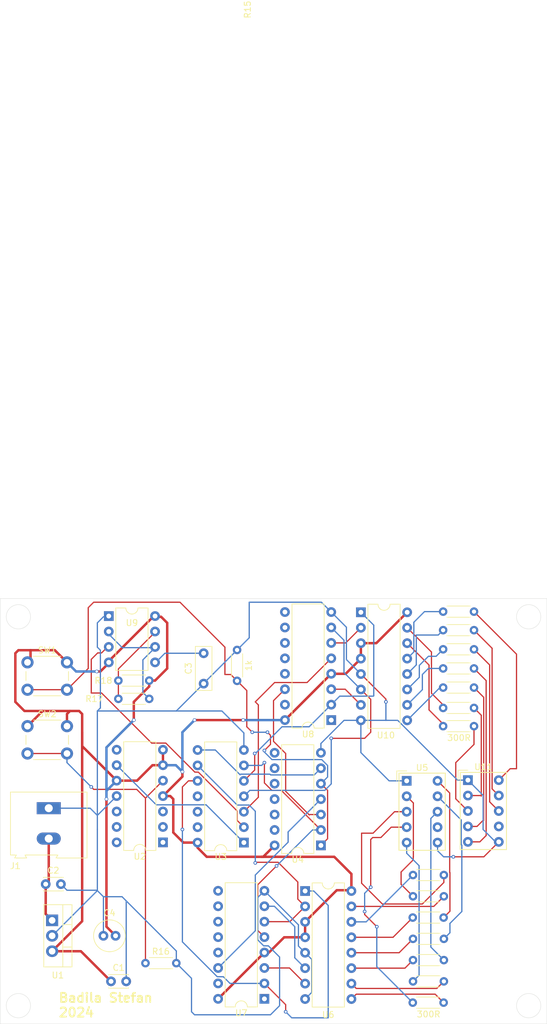
<source format=kicad_pcb>
(kicad_pcb (version 20240108) (generator "pcbnew") (generator_version "8.0")
  (layers (0 "F.Cu" jumper) (31 "B.Cu" signal) (34 "B.Paste" user) (35 "F.Paste" user) (36 "B.SilkS" user "B.Silkscreen") (37 "F.SilkS" user "F.Silkscreen") (38 "B.Mask" user) (39 "F.Mask" user) (44 "Edge.Cuts" user))
  (net 0 "")
  (net 1 "+5V")
  (net 2 "GND")
  (net 3 "Net-(J1-Pin_2)")
  (net 4 "Net-(U9-CV)")
  (net 5 "Net-(U6-Qa)")
  (net 6 "Net-(U5-A)")
  (net 7 "Net-(U5-B)")
  (net 8 "Net-(U6-Qb)")
  (net 9 "Net-(U5-C)")
  (net 10 "Net-(U6-Qc)")
  (net 11 "Net-(U6-Qd)")
  (net 12 "Net-(U5-D)")
  (net 13 "Net-(U6-Qe)")
  (net 14 "Net-(U5-E)")
  (net 15 "Net-(U5-F)")
  (net 16 "Net-(U6-Qf)")
  (net 17 "Net-(U6-Qg)")
  (net 18 "Net-(U5-G)")
  (net 19 "Net-(U10-Qa)")
  (net 20 "Net-(U11-A)")
  (net 21 "Net-(U11-B)")
  (net 22 "Net-(U10-Qb)")
  (net 23 "Net-(U11-C)")
  (net 24 "Net-(U10-Qc)")
  (net 25 "Net-(U11-D)")
  (net 26 "Net-(U10-Qd)")
  (net 27 "Net-(U10-Qe)")
  (net 28 "Net-(U11-E)")
  (net 29 "Net-(U10-Qf)")
  (net 30 "Net-(U11-F)")
  (net 31 "Net-(U10-Qg)")
  (net 32 "Net-(U11-G)")
  (net 33 "Net-(U8-UP)")
  (net 34 "Net-(U2A-C)")
  (net 35 "Net-(U9-DIS)")
  (net 37 "Net-(U2A-Q)")
  (net 38 "Net-(U3-Pad8)")
  (net 39 "Net-(U10-DB)")
  (net 40 "Net-(U10-DD)")
  (net 41 "Net-(U7-UP)")
  (net 42 "Net-(U6-DC)")
  (net 43 "Net-(U9-Q)")
  (net 44 "Net-(U6-DB)")
  (net 45 "Net-(U8-CLR)")
  (net 46 "Net-(U7-CLR)")
  (net 48 "Net-(U6-DD)")
  (net 49 "Net-(U6-DA)")
  (net 59 "Net-(U10-DA)")
  (net 62 "Net-(U10-DC)")
  (net 82 "Net-(R15-Pad1)")
  (net 83 "Net-(U9-THR)")
  (footprint "Resistor_THT:R_Axial_DIN0204_L3.6mm_D1.6mm_P5.08mm_Horizontal" (layer "F.Cu") (at 152.92 118.5)
    (property "Reference" "R1" (hide yes))
    (property "Value" "300R" (hide yes))
  )
  (footprint "Resistor_THT:R_Axial_DIN0204_L3.6mm_D1.6mm_P5.08mm_Horizontal" (layer "F.Cu") (at 157.92 68.15)
    (property "Reference" "R8" (hide yes))
    (property "Value" "300R" (hide yes))
  )
  (footprint "Capacitor_THT:C_Radial_D5.0mm_H11.0mm_P2.00mm" (layer "F.Cu") (at 102 121.5)
    (property "Reference" "C4")
    (property "Value" "47u")
  )
  (footprint "Package_DIP:DIP-14_W7.62mm" (layer "F.Cu") (at 111.8 106.125 180)
    (property "Reference" "U2")
    (property "Value" "74LS73")
  )
  (footprint "Button_Switch_THT:SW_PUSH_6mm" (layer "F.Cu") (at 89.5 87)
    (property "Reference" "SW2")
    (property "Value" "SW_Push" (hide yes))
  )
  (footprint "Resistor_THT:R_Axial_DIN0204_L3.6mm_D1.6mm_P5.08mm_Horizontal" (layer "F.Cu") (at 124 79.54 90)
    (property "Reference" "R15")
    (property "Value" "1k")
  )
  (footprint "Capacitor_THT:C_Disc_D3.0mm_W2.0mm_P2.50mm" (layer "F.Cu") (at 92.5 113)
    (property "Reference" "C2")
    (property "Value" "100n")
  )
  (footprint "Resistor_THT:R_Axial_DIN0204_L3.6mm_D1.6mm_P5.08mm_Horizontal" (layer "F.Cu") (at 109.54 82.5 180)
    (property "Reference" "R17")
    (property "Value" "10k")
  )
  (footprint "Resistor_THT:R_Axial_DIN0204_L3.6mm_D1.6mm_P5.08mm_Horizontal" (layer "F.Cu") (at 158 132.5 180)
    (property "Reference" "R5" (hide yes))
    (property "Value" "300R")
  )
  (footprint "Resistor_THT:R_Axial_DIN0204_L3.6mm_D1.6mm_P5.08mm_Horizontal" (layer "F.Cu") (at 157.92 80.65)
    (property "Reference" "R12" (hide yes))
    (property "Value" "300R" (hide yes))
  )
  (footprint "Resistor_THT:R_Axial_DIN0204_L3.6mm_D1.6mm_P5.08mm_Horizontal" (layer "F.Cu") (at 157.92 87)
    (property "Reference" "R14" (hide yes))
    (property "Value" "300R")
  )
  (footprint "Package_DIP:DIP-14_W7.62mm" (layer "F.Cu") (at 137.8 106.625 180)
    (property "Reference" "U4")
    (property "Value" "4071")
  )
  (footprint "Package_DIP:DIP-16_W7.62mm" (layer "F.Cu") (at 128.5 131.875 180)
    (property "Reference" "U7")
    (property "Value" "74LS193")
  )
  (footprint "Resistor_THT:R_Axial_DIN0204_L3.6mm_D1.6mm_P5.08mm_Horizontal" (layer "F.Cu") (at 108.92 126)
    (property "Reference" "R16")
    (property "Value" "1k")
  )
  (footprint "Resistor_THT:R_Axial_DIN0204_L3.6mm_D1.6mm_P5.08mm_Horizontal" (layer "F.Cu") (at 158.04 129 180)
    (property "Reference" "R4" (hide yes))
    (property "Value" "300R" (hide yes))
  )
  (footprint "Package_TO_SOT_THT:TO-220-3_Vertical" (layer "F.Cu") (at 93.555 118.96 -90)
    (property "Reference" "U1")
    (property "Value" "L7805")
  )
  (footprint "Package_DIP:DIP-16_W7.62mm" (layer "F.Cu") (at 144.38 68.26)
    (property "Reference" "U10")
    (property "Value" "4511")
  )
  (footprint "Capacitor_THT:C_Disc_D3.0mm_W2.0mm_P2.50mm" (layer "F.Cu") (at 103.25 129)
    (property "Reference" "C1")
    (property "Value" "100n")
  )
  (footprint "Resistor_THT:R_Axial_DIN0204_L3.6mm_D1.6mm_P5.08mm_Horizontal" (layer "F.Cu") (at 157.92 74.35)
    (property "Reference" "R10" (hide yes))
    (property "Value" "300R" (hide yes))
  )
  (footprint "Package_DIP:DIP-8_W7.62mm" (layer "F.Cu") (at 102.88 68.88)
    (property "Reference" "U9")
    (property "Value" "NE555P")
  )
  (footprint "Display_7Segment:HDSP-7401" (layer "F.Cu") (at 162 95.88)
    (property "Reference" "U11")
    (property "Value" "HDSP-7403")
  )
  (footprint "Resistor_THT:R_Axial_DIN0204_L3.6mm_D1.6mm_P5.08mm_Horizontal" (layer "F.Cu") (at 157.92 77.5)
    (property "Reference" "R11" (hide yes))
    (property "Value" "300R" (hide yes))
  )
  (footprint "Resistor_THT:R_Axial_DIN0204_L3.6mm_D1.6mm_P5.08mm_Horizontal" (layer "F.Cu") (at 152.96 122)
    (property "Reference" "R2" (hide yes))
    (property "Value" "300R" (hide yes))
  )
  (footprint "Capacitor_THT:C_Rect_L7.0mm_W2.5mm_P5.00mm" (layer "F.Cu") (at 118.5 80 90)
    (property "Reference" "C3")
    (property "Value" "10n")
  )
  (footprint "Resistor_THT:R_Axial_DIN0204_L3.6mm_D1.6mm_P5.08mm_Horizontal" (layer "F.Cu") (at 157.92 84)
    (property "Reference" "R13" (hide yes))
    (property "Value" "300R" (hide yes))
  )
  (footprint "Resistor_THT:R_Axial_DIN0204_L3.6mm_D1.6mm_P5.08mm_Horizontal" (layer "F.Cu") (at 157.92 71.2)
    (property "Reference" "R9" (hide yes))
    (property "Value" "300R" (hide yes))
  )
  (footprint "Resistor_THT:R_Axial_DIN0204_L3.6mm_D1.6mm_P5.08mm_Horizontal" (layer "F.Cu") (at 152.96 125.5)
    (property "Reference" "R3" (hide yes))
    (property "Value" "300R" (hide yes))
  )
  (footprint "TerminalBlock:TerminalBlock_Altech_AK300-2_P5.00mm" (layer "F.Cu") (at 93 100.5 -90)
    (property "Reference" "J1")
    (property "Value" "Screw_Terminal_01x02" (hide yes))
  )
  (footprint "Resistor_THT:R_Axial_DIN0204_L3.6mm_D1.6mm_P5.08mm_Horizontal" (layer "F.Cu") (at 158.04 115 180)
    (property "Reference" "R6" (hide yes))
    (property "Value" "300R" (hide yes))
  )
  (footprint "Package_DIP:DIP-14_W7.62mm" (layer "F.Cu") (at 125.12 106.16 180)
    (property "Reference" "U3")
    (property "Value" "74LS08")
  )
  (footprint "Resistor_THT:R_Axial_DIN0204_L3.6mm_D1.6mm_P5.08mm_Horizontal" (layer "F.Cu") (at 152.96 111.5)
    (property "Reference" "R7" (hide yes))
    (property "Value" "300R" (hide yes))
  )
  (footprint "Resistor_THT:R_Axial_DIN0204_L3.6mm_D1.6mm_P5.08mm_Horizontal" (layer "F.Cu") (at 104.46 79.5)
    (property "Reference" "R18")
    (property "Value" "300")
  )
  (footprint "Package_DIP:DIP-16_W7.62mm" (layer "F.Cu") (at 135.2 114.125)
    (property "Reference" "U6")
    (property "Value" "4511")
  )
  (footprint "Display_7Segment:HDSP-7401" (layer "F.Cu") (at 151.92 96)
    (property "Reference" "U5")
    (property "Value" "HDSP-7403")
  )
  (footprint "Button_Switch_THT:SW_PUSH_6mm" (layer "F.Cu") (at 89.5 76.5)
    (property "Reference" "SW1")
    (property "Value" "SW_Push" (hide yes))
  )
  (footprint "Package_DIP:DIP-16_W7.62mm" (layer "F.Cu") (at 139.5 86 180)
    (property "Reference" "U8")
    (property "Value" "74LS193")
  )
  (gr_circle (center 88 69) (end 90 69) (stroke (width 0.05)) (fill none) (layer "Edge.Cuts"))
  (gr_circle (center 172 133) (end 174 133) (stroke (width 0.05)) (fill none) (layer "Edge.Cuts"))
  (gr_circle (center 88 133) (end 90 133) (stroke (width 0.05)) (fill none) (layer "Edge.Cuts"))
  (gr_rect (start 85 66) (end 175 136) (stroke (width 0.05)) (fill none) (layer "Edge.Cuts"))
  (gr_circle (center 172 69) (end 174 69) (stroke (width 0.05)) (fill none) (layer "Edge.Cuts"))
  (gr_text "300R" (at 153.5 135 0) (layer "F.SilkS") (effects (font (size 1 1)) (justify left bottom)))
  (gr_text "1k\n" (at 126.5 78 90) (layer "F.SilkS") (effects (font (size 1 1)) (justify left bottom)))
  (gr_text "Badila Stefan \n2024" (at 94.5 135 0) (layer "F.SilkS") (effects (font (size 1.5 1.5) (thickness 0.3) (bold yes)) (justify left bottom)))
  (gr_text "300R" (at 158.5 89.5 0) (layer "F.SilkS") (effects (font (size 1 1)) (justify left bottom)))
  (segment (start 96.5 84.5) (end 96 85) (width 0.4) (layer "F.Cu") (net 1))
  (segment (start 98.5 85) (end 98 84.5) (width 0.4) (layer "F.Cu") (net 1))
  (segment (start 94 74.5) (end 96 76.5) (width 0.4) (layer "F.Cu") (net 1))
  (segment (start 111.8 98.505) (end 115 95.305) (width 0.4) (layer "F.Cu") (net 1))
  (segment (start 98.5 90.285) (end 104.18 95.965) (width 0.4) (layer "F.Cu") (net 1))
  (segment (start 141.88 78.38) (end 144.38 75.88) (width 0.4) (layer "F.Cu") (net 1))
  (segment (start 140.405 114) (end 142.695 114) (width 0.4) (layer "F.Cu") (net 1))
  (segment (start 142.82 111.32) (end 142.82 114.125) (width 0.4) (layer "F.Cu") (net 1))
  (segment (start 109.54 80.46) (end 109.54 79.5) (width 0.4) (layer "F.Cu") (net 1))
  (segment (start 128.305 108.5) (end 128 108.5) (width 0.4) (layer "F.Cu") (net 1))
  (segment (start 104.18 95.965) (end 107.535 95.965) (width 0.4) (layer "F.Cu") (net 1))
  (segment (start 93.555 124.04) (end 98.29 124.04) (width 0.4) (layer "F.Cu") (net 1))
  (segment (start 119 108.5) (end 117.5 107) (width 0.4) (layer "F.Cu") (net 1))
  (segment (start 142.695 114) (end 142.82 114.125) (width 0.4) (layer "F.Cu") (net 1))
  (segment (start 92 84.5) (end 89 84.5) (width 0.4) (layer "F.Cu") (net 1))
  (segment (start 98.5 88) (end 98.5 85) (width 0.4) (layer "F.Cu") (net 1))
  (segment (start 92 84.5) (end 89.5 87) (width 0.4) (layer "F.Cu") (net 1))
  (segment (start 113.5 99) (end 113.5 104.5) (width 0.4) (layer "F.Cu") (net 1))
  (segment (start 102.56 76.94) (end 101.5 78) (width 0.4) (layer "F.Cu") (net 1))
  (segment (start 102.5 120) (end 102.5 99.16) (width 0.4) (layer "F.Cu") (net 1))
  (segment (start 101.5 78) (end 100.9 78) (width 0.4) (layer "F.Cu") (net 1))
  (segment (start 102.56 76.62) (end 102.56 76.94) (width 0.4) (layer "F.Cu") (net 1))
  (segment (start 111.5 69) (end 110.5 69) (width 0.4) (layer "F.Cu") (net 1))
  (segment (start 128.5 124.255) (end 129.245 124.255) (width 0.4) (layer "F.Cu") (net 1))
  (segment (start 98.5 119.095) (end 98.5 88) (width 0.4) (layer "F.Cu") (net 1))
  (segment (start 144.38 73.34) (end 146.92 73.34) (width 0.4) (layer "F.Cu") (net 1))
  (segment (start 131.755 121.745) (end 135.2 121.745) (width 0.4) (layer "F.Cu") (net 1))
  (segment (start 104 121.5) (end 102.5 120) (width 0.4) (layer "F.Cu") (net 1))
  (segment (start 107.535 95.965) (end 110.075 93.425) (width 0.4) (layer "F.Cu") (net 1))
  (segment (start 87.5 75) (end 88 74.5) (width 0.4) (layer "F.Cu") (net 1))
  (segment (start 90 76) (end 89.5 76.5) (width 0.4) (layer "F.Cu") (net 1))
  (segment (start 135.2 121.745) (end 135.2 119.205) (width 0.4) (layer "F.Cu") (net 1))
  (segment (start 90 74.5) (end 90 76) (width 0.4) (layer "F.Cu") (net 1))
  (segment (start 88 74.5) (end 90 74.5) (width 0.4) (layer "F.Cu") (net 1))
  (segment (start 96.5 84.5) (end 92 84.5) (width 0.4) (layer "F.Cu") (net 1))
  (segment (start 111.8 98.505) (end 113.005 98.505) (width 0.4) (layer "F.Cu") (net 1))
  (segment (start 112.5 77.5) (end 112.5 70) (width 0.4) (layer "F.Cu") (net 1))
  (segment (start 89 84.5) (end 87.5 83) (width 0.4) (layer "F.Cu") (net 1))
  (segment (start 87.5 83) (end 87.5 75) (width 0.4) (layer "F.Cu") (net 1))
  (segment (start 107 83) (end 109.54 80.46) (width 0.4) (layer "F.Cu") (net 1))
  (segment (start 107 86) (end 107 83) (width 0.4) (layer "F.Cu") (net 1))
  (segment (start 146.92 73.34) (end 152 68.26) (width 0.4) (layer "F.Cu") (net 1))
  (segment (start 128 108.5) (end 119 108.5) (width 0.4) (layer "F.Cu") (net 1))
  (segment (start 96 85) (end 96 87) (width 0.4) (layer "F.Cu") (net 1))
  (segment (start 109.54 79.5) (end 110.5 79.5) (width 0.4) (layer "F.Cu") (net 1))
  (segment (start 110.18 69) (end 110.5 69) (width 0.4) (layer "F.Cu") (net 1))
  (segment (start 128 108.5) (end 140 108.5) (width 0.4) (layer "F.Cu") (net 1))
  (segment (start 110.075 93.425) (end 111.8 93.425) (width 0.4) (layer "F.Cu") (net 1))
  (segment (start 129.245 124.255) (end 131.755 121.745) (width 0.4) (layer "F.Cu") (net 1))
  (segment (start 102.56 76.62) (end 110.18 69) (width 0.4) (layer "F.Cu") (net 1))
  (segment (start 144.38 75.88) (end 144.38 73.34) (width 0.4) (layer "F.Cu") (net 1))
  (segment (start 140 108.5) (end 142.82 111.32) (width 0.4) (layer "F.Cu") (net 1))
  (segment (start 102.5 99.16) (end 102.5 99) (width 0.4) (layer "F.Cu") (net 1))
  (segment (start 130.18 106.625) (end 128.305 108.5) (width 0.4) (layer "F.Cu") (net 1))
  (segment (start 131.88 86) (end 139.5 78.38) (width 0.4) (layer "F.Cu") (net 1))
  (segment (start 113.5 104.5) (end 115.16 106.16) (width 0.4) (layer "F.Cu") (net 1))
  (segment (start 135.2 119.205) (end 140.405 114) (width 0.4) (layer "F.Cu") (net 1))
  (segment (start 113.005 98.505) (end 113.5 99) (width 0.4) (layer "F.Cu") (net 1))
  (segment (start 111.8 90.885) (end 111.8 93.425) (width 0.4) (layer "F.Cu") (net 1))
  (segment (start 90 74.5) (end 94 74.5) (width 0.4) (layer "F.Cu") (net 1))
  (segment (start 115 95.305) (end 115 94.5) (width 0.4) (layer "F.Cu") (net 1))
  (segment (start 110.5 79.5) (end 112.5 77.5) (width 0.4) (layer "F.Cu") (net 1))
  (segment (start 115.16 106.16) (end 117.5 106.16) (width 0.4) (layer "F.Cu") (net 1))
  (segment (start 139.5 78.38) (end 141.88 78.38) (width 0.4) (layer "F.Cu") (net 1))
  (segment (start 125 86) (end 117 86) (width 0.4) (layer "F.Cu") (net 1))
  (segment (start 98.29 124.04) (end 103.25 129) (width 0.4) (layer "F.Cu") (net 1))
  (segment (start 112.5 70) (end 111.5 69) (width 0.4) (layer "F.Cu") (net 1))
  (segment (start 117.5 107) (end 117.5 106.16) (width 0.4) (layer "F.Cu") (net 1))
  (segment (start 98.5 88) (end 98.5 90.285) (width 0.4) (layer "F.Cu") (net 1))
  (segment (start 120.88 131.875) (end 128.5 124.255) (width 0.4) (layer "F.Cu") (net 1))
  (segment (start 98 84.5) (end 96.5 84.5) (width 0.4) (layer "F.Cu") (net 1))
  (segment (start 93.555 124.04) (end 98.5 119.095) (width 0.4) (layer "F.Cu") (net 1))
  (via (at 117 86) (size 0.6) (drill 0.4) (layers "F.Cu" "B.Cu") (net 1))
  (via (at 100.9 78) (size 0.6) (drill 0.4) (layers "F.Cu" "B.Cu") (net 1))
  (via (at 102.5 99) (size 0.6) (drill 0.4) (layers "F.Cu" "B.Cu") (net 1))
  (via (at 115 94.5) (size 0.6) (drill 0.4) (layers "F.Cu" "B.Cu") (net 1))
  (via (at 125 86) (size 0.6) (drill 0.4) (layers "F.Cu" "B.Cu") (net 1))
  (via (at 107 86) (size 0.6) (drill 0.4) (layers "F.Cu" "B.Cu") (net 1))
  (segment (start 115 94.5) (end 113.925 93.425) (width 0.4) (layer "B.Cu") (net 1))
  (segment (start 102.5 97.619483) (end 102.5 90.5) (width 0.4) (layer "B.Cu") (net 1))
  (segment (start 102.5 90.5) (end 107 86) (width 0.4) (layer "B.Cu") (net 1))
  (segment (start 115 88) (end 115 94.5) (width 0.4) (layer "B.Cu") (net 1))
  (segment (start 102.5 97.645) (end 104.18 95.965) (width 0.4) (layer "B.Cu") (net 1))
  (segment (start 102.512759 97.632242) (end 102.5 97.619483) (width 0.4) (layer "B.Cu") (net 1))
  (segment (start 113.925 93.425) (end 111.8 93.425) (width 0.4) (layer "B.Cu") (net 1))
  (segment (start 102.5 99) (end 102.5 97.645) (width 0.4) (layer "B.Cu") (net 1))
  (segment (start 117 86) (end 115 88) (width 0.4) (layer "B.Cu") (net 1))
  (segment (start 131.88 86) (end 125 86) (width 0.4) (layer "B.Cu") (net 1))
  (segment (start 97.5 78) (end 96 76.5) (width 0.4) (layer "B.Cu") (net 1))
  (segment (start 100.9 78) (end 97.5 78) (width 0.4) (layer "B.Cu") (net 1))
  (segment (start 159.6 108.5) (end 164.62 108.5) (width 0.2) (layer "F.Cu") (net 2))
  (segment (start 164.62 108.5) (end 167.08 106.04) (width 0.2) (layer "F.Cu") (net 2))
  (segment (start 144.38 78.42) (end 148.5 82.54) (width 0.2) (layer "F.Cu") (net 2))
  (segment (start 95 113) (end 95.5 112.5) (width 0.2) (layer "F.Cu") (net 2))
  (segment (start 148.5 82.54) (end 148.5 83) (width 0.2) (layer "F.Cu") (net 2))
  (via (at 148.5 83) (size 0.6) (drill 0.3) (layers "F.Cu" "B.Cu") (net 2))
  (via (at 159.6 108.5) (size 0.6) (drill 0.3) (layers "F.Cu" "B.Cu") (net 2))
  (segment (start 101.5 74.5) (end 101 74) (width 0.2) (layer "B.Cu") (net 2))
  (segment (start 116.5 134) (end 116.5 128.5) (width 0.2) (layer "B.Cu") (net 2))
  (segment (start 164.5 104) (end 166.54 106.04) (width 0.2) (layer "B.Cu") (net 2))
  (segment (start 102 115.0675) (end 102 121.5) (width 0.2) (layer "B.Cu") (net 2))
  (segment (start 129.155 123.155) (end 131 125) (width 0.2) (layer "B.Cu") (net 2))
  (segment (start 149.0325 96) (end 151.92 96) (width 0.2) (layer "B.Cu") (net 2))
  (segment (start 116.5 128.5) (end 114 126) (width 0.2) (layer "B.Cu") (net 2))
  (segment (start 114 84.5) (end 118.5 80) (width 0.2) (layer "B.Cu") (net 2))
  (segment (start 139.5 68.22) (end 142 70.72) (width 0.2) (layer "B.Cu") (net 2))
  (segment (start 117 134.5) (end 116.5 134) (width 0.2) (layer "B.Cu") (net 2))
  (segment (start 121.5 84.5) (end 125.12 88.12) (width 0.2) (layer "B.Cu") (net 2))
  (segment (start 126 66.6) (end 137.88 66.6) (width 0.2) (layer "B.Cu") (net 2))
  (segment (start 136.3 125.385) (end 135.2 124.285) (width 0.2) (layer "B.Cu") (net 2))
  (segment (start 144.38 86.04) (end 141.611471 86.04) (width 0.2) (layer "B.Cu") (net 2))
  (segment (start 114 84.5) (end 121.5 84.5) (width 0.2) (layer "B.Cu") (net 2))
  (segment (start 128.5 114.095) (end 134.1 119.695) (width 0.2) (layer "B.Cu") (net 2))
  (segment (start 159.5 108.5) (end 159.6 108.5) (width 0.2) (layer "B.Cu") (net 2))
  (segment (start 93 100.5) (end 99.815 100.5) (width 0.2) (layer "B.Cu") (net 2))
  (segment (start 101 104) (end 101 114) (width 0.2) (layer "B.Cu") (net 2))
  (segment (start 137.8 89.851471) (end 137.8 91.385) (width 0.2) (layer "B.Cu") (net 2))
  (segment (start 118.5 80) (end 119 79.5) (width 0.2) (layer "B.Cu") (net 2))
  (segment (start 126 72.46) (end 126 66.6) (width 0.2) (layer "B.Cu") (net 2))
  (segment (start 157 106.16) (end 157 107.5) (width 0.2) (layer "B.Cu") (net 2))
  (segment (start 101 104) (end 101 101.685) (width 0.2) (layer "B.Cu") (net 2))
  (segment (start 101 84.5) (end 114 84.5) (width 0.2) (layer "B.Cu") (net 2))
  (segment (start 128.384365 123.155) (end 129.155 123.155) (width 0.2) (layer "B.Cu") (net 2))
  (segment (start 124 74.46) (end 126 72.46) (width 0.2) (layer "B.Cu") (net 2))
  (segment (start 136.3 130.805) (end 136.3 125.385) (width 0.2) (layer "B.Cu") (net 2))
  (segment (start 102 115.0675) (end 105.0675 115.0675) (width 0.2) (layer "B.Cu") (net 2))
  (segment (start 134.1 123.185) (end 135.2 124.285) (width 0.2) (layer "B.Cu") (net 2))
  (segment (start 166.54 106.04) (end 167.08 106.04) (width 0.2) (layer "B.Cu") (net 2))
  (segment (start 105.0675 115.0675) (end 105.75 115.75) (width 0.2) (layer "B.Cu") (net 2))
  (segment (start 127.4 115.195) (end 127.4 122.170635) (width 0.2) (layer "B.Cu") (net 2))
  (segment (start 101 70) (end 102 69) (width 0.2) (layer "B.Cu") (net 2))
  (segment (start 144.38 86.04) (end 148.5 86.04) (width 0.2) (layer "B.Cu") (net 2))
  (segment (start 157 107.5) (end 158 108.5) (width 0.2) (layer "B.Cu") (net 2))
  (segment (start 101 114) (end 101 114.0675) (width 0.2) (layer "B.Cu") (net 2))
  (segment (start 119 79.46) (end 124 74.46) (width 0.2) (layer "B.Cu") (net 2))
  (segment (start 135.2 131.905) (end 136.3 130.805) (width 0.2) (layer "B.Cu") (net 2))
  (segment (start 101 84.5) (end 101.5 84) (width 0.2) (layer "B.Cu") (net 2))
  (segment (start 93.5675 121.5) (end 93.555 121.5) (width 0.2) (layer "B.Cu") (net 2))
  (segment (start 142 70.72) (end 142 76.04) (width 0.2) (layer "B.Cu") (net 2))
  (segment (start 141.611471 86.04) (end 137.8 89.851471) (width 0.2) (layer "B.Cu") (net 2))
  (segment (start 148.5 86.04) (end 150.444365 86.04) (width 0.2) (layer "B.Cu") (net 2))
  (segment (start 105.75 115.75) (end 114 124) (width 0.2) (layer "B.Cu") (net 2))
  (segment (start 160.284365 95.88) (end 162 95.88) (width 0.2) (layer "B.Cu") (net 2))
  (segment (start 134.1 119.695) (end 134.1 123.185) (width 0.2) (layer "B.Cu") (net 2))
  (segment (start 148.5 83) (end 148.5 86.04) (width 0.2) (layer "B.Cu") (net 2))
  (segment (start 131 133) (end 129.5 134.5) (width 0.2) (layer "B.Cu") (net 2))
  (segment (start 101 101.685) (end 104.18 98.505) (width 0.2) (layer "B.Cu") (net 2))
  (segment (start 128.5 114.095) (end 127.4 115.195) (width 0.2) (layer "B.Cu") (net 2))
  (segment (start 105.75 115.75) (end 105.75 129) (width 0.2) (layer "B.Cu") (net 2))
  (segment (start 158 108.5) (end 159.5 108.5) (width 0.2) (layer "B.Cu") (net 2))
  (segment (start 137.88 66.6) (end 139.5 68.22) (width 0.2) (layer "B.Cu") (net 2))
  (segment (start 101 114) (end 96 114) (width 0.2) (layer "B.Cu") (net 2))
  (segment (start 119 79.5) (end 119 79.46) (width 0.2) (layer "B.Cu") (net 2))
  (segment (start 101 101.685) (end 101 84.5) (width 0.2) (layer "B.Cu") (net 2))
  (segment (start 144.38 91.3475) (end 149.0325 96) (width 0.2) (layer "B.Cu") (net 2))
  (segment (start 131 125) (end 131 133) (width 0.2) (layer "B.Cu") (net 2))
  (segment (start 144.38 86.04) (end 144.38 91.3475) (width 0.2) (layer "B.Cu") (net 2))
  (segment (start 101 114.0675) (end 93.5675 121.5) (width 0.2) (layer "B.Cu") (net 2))
  (segment (start 96 114) (end 95 113) (width 0.2) (layer "B.Cu") (net 2))
  (segment (start 101.5 84) (end 101.5 74.5) (width 0.2) (layer "B.Cu") (net 2))
  (segment (start 164.5 98.38) (end 164.5 104) (width 0.2) (layer "B.Cu") (net 2))
  (segment (start 127.4 122.170635) (end 128.384365 123.155) (width 0.2) (layer "B.Cu") (net 2))
  (segment (start 99.815 100.5) (end 101 101.685) (width 0.2) (layer "B.Cu") (net 2))
  (segment (start 102 69) (end 103.03 69) (width 0.2) (layer "B.Cu") (net 2))
  (segment (start 142 76.04) (end 144.38 78.42) (width 0.2) (layer "B.Cu") (net 2))
  (segment (start 114 124) (end 114 126) (width 0.2) (layer "B.Cu") (net 2))
  (segment (start 162 95.88) (end 164.5 98.38) (width 0.2) (layer "B.Cu") (net 2))
  (segment (start 129.5 134.5) (end 117 134.5) (width 0.2) (layer "B.Cu") (net 2))
  (segment (start 125.12 88.12) (end 125.12 90.92) (width 0.2) (layer "B.Cu") (net 2))
  (segment (start 101 74) (end 101 70) (width 0.2) (layer "B.Cu") (net 2))
  (segment (start 101 114.0675) (end 102 115.0675) (width 0.2) (layer "B.Cu") (net 2))
  (segment (start 150.444365 86.04) (end 160.284365 95.88) (width 0.2) (layer "B.Cu") (net 2))
  (segment (start 92.5 113) (end 93 112.5) (width 0.4) (layer "F.Cu") (net 3))
  (segment (start 92.5 113) (end 92.5 117.905) (width 0.4) (layer "F.Cu") (net 3))
  (segment (start 92.5 117.905) (end 93.555 118.96) (width 0.4) (layer "F.Cu") (net 3))
  (segment (start 93 112.5) (end 93 105.5) (width 0.4) (layer "F.Cu") (net 3))
  (segment (start 112.12 75) (end 118.5 75) (width 0.2) (layer "B.Cu") (net 4))
  (segment (start 110.5 76.62) (end 112.12 75) (width 0.2) (layer "B.Cu") (net 4))
  (segment (start 149.675 121.745) (end 152.92 118.5) (width 0.2) (layer "F.Cu") (net 5))
  (segment (start 142.82 121.745) (end 149.675 121.745) (width 0.2) (layer "F.Cu") (net 5))
  (segment (start 158 118.5) (end 159.04 117.46) (width 0.2) (layer "F.Cu") (net 6))
  (segment (start 159 111.045786) (end 159 98) (width 0.2) (layer "F.Cu") (net 6))
  (segment (start 159 98) (end 157 96) (width 0.2) (layer "F.Cu") (net 6))
  (segment (start 159.04 117.46) (end 159.04 111.085786) (width 0.2) (layer "F.Cu") (net 6))
  (segment (start 159.04 111.085786) (end 159 111.045786) (width 0.2) (layer "F.Cu") (net 6))
  (segment (start 159.04 119.46) (end 161 117.5) (width 0.2) (layer "B.Cu") (net 7))
  (segment (start 160.9 106.495635) (end 160.9 102.44) (width 0.2) (layer "B.Cu") (net 7))
  (segment (start 160.9 102.44) (end 157 98.54) (width 0.2) (layer "B.Cu") (net 7))
  (segment (start 158.04 122) (end 159.04 121) (width 0.2) (layer "B.Cu") (net 7))
  (segment (start 161 117.5) (end 161 106.595635) (width 0.2) (layer "B.Cu") (net 7))
  (segment (start 159.04 121) (end 159.04 119.46) (width 0.2) (layer "B.Cu") (net 7))
  (segment (start 161 106.595635) (end 160.9 106.495635) (width 0.2) (layer "B.Cu") (net 7))
  (segment (start 150.675 124.285) (end 152.96 122) (width 0.2) (layer "F.Cu") (net 8))
  (segment (start 142.82 124.285) (end 150.675 124.285) (width 0.2) (layer "F.Cu") (net 8))
  (segment (start 155.9 123.36) (end 158.04 125.5) (width 0.2) (layer "B.Cu") (net 9))
  (segment (start 157 101.08) (end 155.9 102.18) (width 0.2) (layer "B.Cu") (net 9))
  (segment (start 155.9 102.18) (end 155.9 123.36) (width 0.2) (layer "B.Cu") (net 9))
  (segment (start 151.635 126.825) (end 152.96 125.5) (width 0.2) (layer "F.Cu") (net 10))
  (segment (start 142.82 126.825) (end 151.635 126.825) (width 0.2) (layer "F.Cu") (net 10))
  (segment (start 143.619999 130.164999) (end 156.875001 130.164999) (width 0.2) (layer "F.Cu") (net 11))
  (segment (start 142.82 129.365) (end 143.619999 130.164999) (width 0.2) (layer "F.Cu") (net 11))
  (segment (start 156.875001 130.164999) (end 158.04 129) (width 0.2) (layer "F.Cu") (net 11))
  (segment (start 153.96 109.95613) (end 151.92 107.91613) (width 0.2) (layer "B.Cu") (net 12))
  (segment (start 153.96 128) (end 153.96 109.95613) (width 0.2) (layer "B.Cu") (net 12))
  (segment (start 151.92 107.91613) (end 151.92 106.16) (width 0.2) (layer "B.Cu") (net 12))
  (segment (start 152.96 129) (end 153.96 128) (width 0.2) (layer "B.Cu") (net 12))
  (segment (start 143.619999 131.105001) (end 156.605001 131.105001) (width 0.2) (layer "F.Cu") (net 13))
  (segment (start 142.82 131.905) (end 143.619999 131.105001) (width 0.2) (layer "F.Cu") (net 13))
  (segment (start 156.605001 131.105001) (end 158 132.5) (width 0.2) (layer "F.Cu") (net 13))
  (segment (start 146.32625 105.32625) (end 147.67375 105.32625) (width 0.2) (layer "F.Cu") (net 14))
  (segment (start 146.07625 105.57625) (end 146.32625 105.32625) (width 0.2) (layer "F.Cu") (net 14))
  (segment (start 145 118) (end 145 117.5) (width 0.2) (layer "F.Cu") (net 14))
  (segment (start 147.67375 105.32625) (end 149.38 103.62) (width 0.2) (layer "F.Cu") (net 14))
  (segment (start 146 105.6525) (end 146 113.5) (width 0.2) (layer "F.Cu") (net 14))
  (segment (start 146.07625 105.57625) (end 146 105.6525) (width 0.2) (layer "F.Cu") (net 14))
  (segment (start 147 120) (end 145 118) (width 0.2) (layer "F.Cu") (net 14))
  (segment (start 149.38 103.62) (end 151.92 103.62) (width 0.2) (layer "F.Cu") (net 14))
  (via (at 147 120) (size 0.6) (drill 0.3) (layers "F.Cu" "B.Cu") (net 14))
  (via (at 146 113.5) (size 0.6) (drill 0.3) (layers "F.Cu" "B.Cu") (net 14))
  (via (at 145 117.5) (size 0.6) (drill 0.3) (layers "F.Cu" "B.Cu") (net 14))
  (segment (start 147 120) (end 147 126.58) (width 0.2) (layer "B.Cu") (net 14))
  (segment (start 152.92 132.5) (end 147 126.58) (width 0.2) (layer "B.Cu") (net 14))
  (segment (start 145 117.5) (end 145 114.5) (width 0.2) (layer "B.Cu") (net 14))
  (segment (start 145 114.5) (end 146 113.5) (width 0.2) (layer "B.Cu") (net 14))
  (segment (start 151 113.04) (end 151 111) (width 0.2) (layer "F.Cu") (net 15))
  (segment (start 153.02 108.48) (end 153.02 99.64) (width 0.2) (layer "F.Cu") (net 15))
  (segment (start 151 111) (end 153 109) (width 0.2) (layer "F.Cu") (net 15))
  (segment (start 153 109) (end 153 108.5) (width 0.2) (layer "F.Cu") (net 15))
  (segment (start 153.02 99.64) (end 151.92 98.54) (width 0.2) (layer "F.Cu") (net 15))
  (segment (start 153 108.5) (end 153.02 108.48) (width 0.2) (layer "F.Cu") (net 15))
  (segment (start 152.96 115) (end 151 113.04) (width 0.2) (layer "F.Cu") (net 15))
  (segment (start 142.82 116.665) (end 156.375 116.665) (width 0.2) (layer "F.Cu") (net 16))
  (segment (start 156.375 116.665) (end 158.04 115) (width 0.2) (layer "F.Cu") (net 16))
  (segment (start 145.255 119.205) (end 152.96 111.5) (width 0.2) (layer "B.Cu") (net 17))
  (segment (start 142.82 119.205) (end 145.255 119.205) (width 0.2) (layer "B.Cu") (net 17))
  (segment (start 158.04 112.725) (end 154.5 116.265) (width 0.2) (layer "F.Cu") (net 18))
  (segment (start 158.04 111.5) (end 158.04 112.725) (width 0.2) (layer "F.Cu") (net 18))
  (segment (start 144.5 112.848529) (end 144.5 104.6125) (width 0.2) (layer "F.Cu") (net 18))
  (segment (start 147.916471 116.265) (end 144.5 112.848529) (width 0.2) (layer "F.Cu") (net 18))
  (segment (start 144.5 104.6125) (end 146.3875 104.6125) (width 0.2) (layer "F.Cu") (net 18))
  (segment (start 149.92 101.08) (end 151.92 101.08) (width 0.2) (layer "F.Cu") (net 18))
  (segment (start 146.3875 104.6125) (end 149.92 101.08) (width 0.2) (layer "F.Cu") (net 18))
  (segment (start 154.5 116.265) (end 147.916471 116.265) (width 0.2) (layer "F.Cu") (net 18))
  (segment (start 153.1 74.78) (end 153.1 69.9) (width 0.2) (layer "B.Cu") (net 19))
  (segment (start 152 75.88) (end 153.1 74.78) (width 0.2) (layer "B.Cu") (net 19))
  (segment (start 154.85 68.15) (end 157.46 68.15) (width 0.2) (layer "B.Cu") (net 19))
  (segment (start 153.1 69.9) (end 154.85 68.15) (width 0.2) (layer "B.Cu") (net 19))
  (segment (start 163 68.15) (end 170 75.15) (width 0.2) (layer "F.Cu") (net 20))
  (segment (start 168.96 94) (end 167.08 95.88) (width 0.2) (layer "F.Cu") (net 20))
  (segment (start 170 75.15) (end 170 94) (width 0.2) (layer "F.Cu") (net 20))
  (segment (start 170 94) (end 168.96 94) (width 0.2) (layer "F.Cu") (net 20))
  (segment (start 163 71.2) (end 165.98 74.18) (width 0.2) (layer "F.Cu") (net 21))
  (segment (start 165.98 74.18) (end 165.98 97.32) (width 0.2) (layer "F.Cu") (net 21))
  (segment (start 165.98 97.32) (end 167.08 98.42) (width 0.2) (layer "F.Cu") (net 21))
  (segment (start 153.5 76.92) (end 153.5 72) (width 0.2) (layer "B.Cu") (net 22))
  (segment (start 153.5 72) (end 157.12 72) (width 0.2) (layer "B.Cu") (net 22))
  (segment (start 157.12 72) (end 157.92 71.2) (width 0.2) (layer "B.Cu") (net 22))
  (segment (start 152 78.42) (end 153.5 76.92) (width 0.2) (layer "B.Cu") (net 22))
  (segment (start 165.58 99.46) (end 167.08 100.96) (width 0.2) (layer "F.Cu") (net 23))
  (segment (start 163 74.35) (end 165.58 76.93) (width 0.2) (layer "F.Cu") (net 23))
  (segment (start 165.58 76.93) (end 165.58 99.46) (width 0.2) (layer "F.Cu") (net 23))
  (segment (start 156.77 75.5) (end 157.92 74.35) (width 0.2) (layer "B.Cu") (net 24))
  (segment (start 155.5 75.5) (end 156.77 75.5) (width 0.2) (layer "B.Cu") (net 24))
  (segment (start 154 77) (end 155.5 75.5) (width 0.2) (layer "B.Cu") (net 24))
  (segment (start 154 78.96) (end 154 77) (width 0.2) (layer "B.Cu") (net 24))
  (segment (start 152 80.96) (end 154 78.96) (width 0.2) (layer "B.Cu") (net 24))
  (segment (start 165 105) (end 163.96 106.04) (width 0.2) (layer "F.Cu") (net 25))
  (segment (start 165 79.5) (end 165 105) (width 0.2) (layer "F.Cu") (net 25))
  (segment (start 163 77.5) (end 165 79.5) (width 0.2) (layer "F.Cu") (net 25))
  (segment (start 163.96 106.04) (end 162 106.04) (width 0.2) (layer "F.Cu") (net 25))
  (segment (start 152 83.5) (end 154.5 81) (width 0.2) (layer "B.Cu") (net 26))
  (segment (start 154.5 81) (end 154.5 78.5) (width 0.2) (layer "B.Cu") (net 26))
  (segment (start 155.5 77.5) (end 157.92 77.5) (width 0.2) (layer "B.Cu") (net 26))
  (segment (start 154.5 78.5) (end 155.5 77.5) (width 0.2) (layer "B.Cu") (net 26))
  (segment (start 152 86.04) (end 157.39 80.65) (width 0.2) (layer "B.Cu") (net 27))
  (segment (start 157.39 80.65) (end 157.92 80.65) (width 0.2) (layer "B.Cu") (net 27))
  (segment (start 164.5 102.5) (end 163.5 103.5) (width 0.2) (layer "F.Cu") (net 28))
  (segment (start 163 80.65) (end 164.6 82.25) (width 0.2) (layer "F.Cu") (net 28))
  (segment (start 164.6 82.25) (end 164.6 102.5) (width 0.2) (layer "F.Cu") (net 28))
  (segment (start 163.5 103.5) (end 162 103.5) (width 0.2) (layer "F.Cu") (net 28))
  (segment (start 164.6 102.5) (end 164.5 102.5) (width 0.2) (layer "F.Cu") (net 28))
  (segment (start 156 74.8) (end 156 81.5) (width 0.2) (layer "F.Cu") (net 29))
  (segment (start 156 81.58) (end 157.92 83.5) (width 0.2) (layer "F.Cu") (net 29))
  (segment (start 156 81.5) (end 156 81.58) (width 0.2) (layer "F.Cu") (net 29))
  (segment (start 152 70.8) (end 156 74.8) (width 0.2) (layer "F.Cu") (net 29))
  (segment (start 163 84) (end 164.2 85.2) (width 0.2) (layer "F.Cu") (net 30))
  (segment (start 164.2 98.5) (end 164.12 98.42) (width 0.2) (layer "F.Cu") (net 30))
  (segment (start 164.2 85.2) (end 164.2 98.5) (width 0.2) (layer "F.Cu") (net 30))
  (segment (start 164.12 98.42) (end 162 98.42) (width 0.2) (layer "F.Cu") (net 30))
  (segment (start 155.6 84.33) (end 157.92 86.65) (width 0.2) (layer "F.Cu") (net 31))
  (segment (start 152 73.34) (end 155.6 76.94) (width 0.2) (layer "F.Cu") (net 31))
  (segment (start 155.6 76.94) (end 155.6 84.33) (width 0.2) (layer "F.Cu") (net 31))
  (segment (start 160 98.96) (end 162 100.96) (width 0.2) (layer "F.Cu") (net 32))
  (segment (start 163 90) (end 160 93) (width 0.2) (layer "F.Cu") (net 32))
  (segment (start 163 87) (end 163 90) (width 0.2) (layer "F.Cu") (net 32))
  (segment (start 160 93) (end 160 98.96) (width 0.2) (layer "F.Cu") (net 32))
  (segment (start 127.5 98.7) (end 125.12 101.08) (width 0.2) (layer "F.Cu") (net 33))
  (segment (start 130.18 79.82) (end 135.52 79.82) (width 0.2) (layer "F.Cu") (net 33))
  (segment (start 127 83) (end 127.5 83.5) (width 0.2) (layer "F.Cu") (net 33))
  (segment (start 135.52 79.82) (end 139.5 75.84) (width 0.2) (layer "F.Cu") (net 33))
  (segment (start 127 83) (end 130.18 79.82) (width 0.2) (layer "F.Cu") (net 33))
  (segment (start 127.5 83.5) (end 127.5 98.7) (width 0.2) (layer "F.Cu") (net 33))
  (segment (start 100.405 97.405) (end 100 97) (width 0.2) (layer "F.Cu") (net 34))
  (segment (start 107.48 97.405) (end 100.405 97.405) (width 0.2) (layer "F.Cu") (net 34))
  (segment (start 89.5 91.5) (end 96 91.5) (width 0.2) (layer "F.Cu") (net 34))
  (segment (start 108.92 98.845) (end 108.92 126) (width 0.2) (layer "F.Cu") (net 34))
  (segment (start 111.8 95.965) (end 108.92 98.845) (width 0.2) (layer "F.Cu") (net 34))
  (segment (start 108.92 98.845) (end 107.48 97.405) (width 0.2) (layer "F.Cu") (net 34))
  (via (at 100 97) (size 0.6) (drill 0.3) (layers "F.Cu" "B.Cu") (net 34))
  (segment (start 100 97) (end 96 93) (width 0.2) (layer "B.Cu") (net 34))
  (segment (start 96 93) (end 96 91.5) (width 0.2) (layer "B.Cu") (net 34))
  (segment (start 104.46 82.5) (end 104.46 79.5) (width 0.2) (layer "F.Cu") (net 35))
  (segment (start 104.46 79.5) (end 104.46 77.58) (width 0.2) (layer "F.Cu") (net 35))
  (segment (start 104.46 77.58) (end 110.5 71.54) (width 0.2) (layer "F.Cu") (net 35))
  (segment (start 118.905 99.945) (end 125.12 106.16) (width 0.2) (layer "B.Cu") (net 37))
  (segment (start 104.18 93.425) (end 110.7 99.945) (width 0.2) (layer "B.Cu") (net 37))
  (segment (start 110.7 99.945) (end 118.905 99.945) (width 0.2) (layer "B.Cu") (net 37))
  (segment (start 129.525 95.025) (end 136.7 95.025) (width 0.2) (layer "B.Cu") (net 38))
  (segment (start 124.5 95) (end 124.6 94.9) (width 0.2) (layer "B.Cu") (net 38))
  (segment (start 129.4 94.9) (end 129.525 95.025) (width 0.2) (layer "B.Cu") (net 38))
  (segment (start 117.5 90.92) (end 120.42 90.92) (width 0.2) (layer "B.Cu") (net 38))
  (segment (start 120.42 90.92) (end 124.5 95) (width 0.2) (layer "B.Cu") (net 38))
  (segment (start 124.6 94.9) (end 129.4 94.9) (width 0.2) (layer "B.Cu") (net 38))
  (segment (start 136.7 95.025) (end 137.8 93.925) (width 0.2) (layer "B.Cu") (net 38))
  (segment (start 126.9 91.5) (end 126.9 94.22) (width 0.2) (layer "F.Cu") (net 39))
  (segment (start 126.9 94.22) (end 125.12 96) (width 0.2) (layer "F.Cu") (net 39))
  (via (at 126.9 91.5) (size 0.6) (drill 0.3) (layers "F.Cu" "B.Cu") (net 39))
  (segment (start 146.44 82.06) (end 140.9 82.06) (width 0.2) (layer "B.Cu") (net 39))
  (segment (start 144.38 68.26) (end 146.5 70.38) (width 0.2) (layer "B.Cu") (net 39))
  (segment (start 131.4 87.1) (end 127 91.5) (width 0.2) (layer "B.Cu") (net 39))
  (segment (start 140.9 82.06) (end 139.5 83.46) (width 0.2) (layer "B.Cu") (net 39))
  (segment (start 135.86 87.1) (end 131.4 87.1) (width 0.2) (layer "B.Cu") (net 39))
  (segment (start 127 91.5) (end 126.9 91.5) (width 0.2) (layer "B.Cu") (net 39))
  (segment (start 146.5 82) (end 146.44 82.06) (width 0.2) (layer "B.Cu") (net 39))
  (segment (start 139.5 83.46) (end 135.86 87.1) (width 0.2) (layer "B.Cu") (net 39))
  (segment (start 146.5 70.38) (end 146.5 82) (width 0.2) (layer "B.Cu") (net 39))
  (segment (start 146 82.58) (end 144.38 80.96) (width 0.2) (layer "F.Cu") (net 40))
  (segment (start 146 88) (end 146 82.58) (width 0.2) (layer "F.Cu") (net 40))
  (segment (start 145 89) (end 146 88) (width 0.2) (layer "F.Cu") (net 40))
  (segment (start 139.5 89) (end 145 89) (width 0.2) (layer "F.Cu") (net 40))
  (via (at 139.5 89) (size 0.6) (drill 0.3) (layers "F.Cu" "B.Cu") (net 40))
  (segment (start 141.6 72.86) (end 141.6 78.18) (width 0.2) (layer "B.Cu") (net 40))
  (segment (start 126.095 97.565) (end 138.435 97.565) (width 0.2) (layer "B.Cu") (net 40))
  (segment (start 125.12 98.54) (end 126.095 97.565) (width 0.2) (layer "B.Cu") (net 40))
  (segment (start 141.6 78.18) (end 144.38 80.96) (width 0.2) (layer "B.Cu") (net 40))
  (segment (start 138.435 97.565) (end 139.5 96.5) (width 0.2) (layer "B.Cu") (net 40))
  (segment (start 139.5 96.5) (end 139.5 89) (width 0.2) (layer "B.Cu") (net 40))
  (segment (start 139.5 70.76) (end 141.6 72.86) (width 0.2) (layer "B.Cu") (net 40))
  (segment (start 131.28 97.565) (end 137.8 104.085) (width 0.2) (layer "F.Cu") (net 41))
  (segment (start 127.4 113.1) (end 130.5 110) (width 0.2) (layer "F.Cu") (net 41))
  (segment (start 128.5 93) (end 128.5 96.340635) (width 0.2) (layer "F.Cu") (net 41))
  (segment (start 129.724365 97.565) (end 131.28 97.565) (width 0.2) (layer "F.Cu") (net 41))
  (segment (start 127.4 120.615) (end 127.4 113.1) (width 0.2) (layer "F.Cu") (net 41))
  (segment (start 128.5 96.340635) (end 129.724365 97.565) (width 0.2) (layer "F.Cu") (net 41))
  (segment (start 128.5 121.715) (end 127.4 120.615) (width 0.2) (layer "F.Cu") (net 41))
  (via (at 128.5 93) (size 0.6) (drill 0.3) (layers "F.Cu" "B.Cu") (net 41))
  (via (at 130.5 110) (size 0.6) (drill 0.3) (layers "F.Cu" "B.Cu") (net 41))
  (segment (start 130.5 110) (end 136.415 104.085) (width 0.2) (layer "B.Cu") (net 41))
  (segment (start 128.04 93.46) (end 125.12 93.46) (width 0.2) (layer "B.Cu") (net 41))
  (segment (start 136.415 104.085) (end 137.8 104.085) (width 0.2) (layer "B.Cu") (net 41))
  (segment (start 128.5 93) (end 128.04 93.46) (width 0.2) (layer "B.Cu") (net 41))
  (segment (start 134 112.651471) (end 134 115.465) (width 0.2) (layer "F.Cu") (net 42))
  (segment (start 127.1 109.4) (end 130.748529 109.4) (width 0.2) (layer "F.Cu") (net 42))
  (segment (start 127 109.5) (end 127.1 109.4) (width 0.2) (layer "F.Cu") (net 42))
  (segment (start 128.5 119.175) (end 132.69 119.175) (width 0.2) (layer "F.Cu") (net 42))
  (segment (start 130.748529 109.4) (end 134 112.651471) (width 0.2) (layer "F.Cu") (net 42))
  (segment (start 134 115.465) (end 135.2 116.665) (width 0.2) (layer "F.Cu") (net 42))
  (segment (start 132.69 119.175) (end 135.2 116.665) (width 0.2) (layer "F.Cu") (net 42))
  (via (at 127 109.5) (size 0.6) (drill 0.3) (layers "F.Cu" "B.Cu") (net 42))
  (segment (start 124.02 99.98) (end 125.98 99.98) (width 0.2) (layer "B.Cu") (net 42))
  (segment (start 127 101) (end 127 109.5) (width 0.2) (layer "B.Cu") (net 42))
  (segment (start 125.98 99.98) (end 127 101) (width 0.2) (layer "B.Cu") (net 42))
  (segment (start 117.5 93.46) (end 124.02 99.98) (width 0.2) (layer "B.Cu") (net 42))
  (segment (start 100 81.543529) (end 100 76) (width 0.2) (layer "F.Cu") (net 43))
  (segment (start 109.936471 89.785) (end 112.269365 89.785) (width 0.2) (layer "F.Cu") (net 43))
  (segment (start 112.269365 89.785) (end 117.044365 94.56) (width 0.2) (layer "F.Cu") (net 43))
  (segment (start 124 100.944365) (end 124 102.5) (width 0.2) (layer "F.Cu") (net 43))
  (segment (start 100 81.543529) (end 101.695 81.543529) (width 0.2) (layer "F.Cu") (net 43))
  (segment (start 102.56 74.08) (end 101.695 74.945) (width 0.2) (layer "F.Cu") (net 43))
  (segment (start 100 76) (end 101.055 74.945) (width 0.2) (layer "F.Cu") (net 43))
  (segment (start 101.695 81.543529) (end 109.936471 89.785) (width 0.2) (layer "F.Cu") (net 43))
  (segment (start 124 102.5) (end 125.12 103.62) (width 0.2) (layer "F.Cu") (net 43))
  (segment (start 101.055 74.945) (end 101.695 74.945) (width 0.2) (layer "F.Cu") (net 43))
  (segment (start 117.044365 94.56) (end 117.615635 94.56) (width 0.2) (layer "F.Cu") (net 43))
  (segment (start 117.615635 94.56) (end 124 100.944365) (width 0.2) (layer "F.Cu") (net 43))
  (segment (start 117.5 96) (end 116 96) (width 0.2) (layer "F.Cu") (net 44))
  (segment (start 116 96) (end 115 97) (width 0.2) (layer "F.Cu") (net 44))
  (segment (start 132 134) (end 132 132.835) (width 0.2) (layer "F.Cu") (net 44))
  (segment (start 115 97) (end 115 104) (width 0.2) (layer "F.Cu") (net 44))
  (segment (start 132 132.835) (end 128.5 129.335) (width 0.2) (layer "F.Cu") (net 44))
  (via (at 132 134) (size 0.6) (drill 0.3) (layers "F.Cu" "B.Cu") (net 44))
  (via (at 115 104) (size 0.6) (drill 0.3) (layers "F.Cu" "B.Cu") (net 44))
  (segment (start 133 135) (end 139 135) (width 0.2) (layer "B.Cu") (net 44))
  (segment (start 139 116.5) (end 136.625 114.125) (width 0.2) (layer "B.Cu") (net 44))
  (segment (start 122.835 129.335) (end 128.5 129.335) (width 0.2) (layer "B.Cu") (net 44))
  (segment (start 115 122.5) (end 120.735 128.235) (width 0.2) (layer "B.Cu") (net 44))
  (segment (start 115 104) (end 115 122.5) (width 0.2) (layer "B.Cu") (net 44))
  (segment (start 139 135) (end 139 116.5) (width 0.2) (layer "B.Cu") (net 44))
  (segment (start 121.735 128.235) (end 122.835 129.335) (width 0.2) (layer "B.Cu") (net 44))
  (segment (start 136.625 114.125) (end 135.2 114.125) (width 0.2) (layer "B.Cu") (net 44))
  (segment (start 132 134) (end 133 135) (width 0.2) (layer "B.Cu") (net 44))
  (segment (start 120.735 128.235) (end 121.735 128.235) (width 0.2) (layer "B.Cu") (net 44))
  (segment (start 130 89.5) (end 132 91.5) (width 0.2) (layer "F.Cu") (net 45))
  (segment (start 135.955 101.545) (end 137.8 101.545) (width 0.2) (layer "F.Cu") (net 45))
  (segment (start 132 97.719314) (end 135.890343 101.609657) (width 0.2) (layer "F.Cu") (net 45))
  (segment (start 131.88 80.92) (end 130 82.8) (width 0.2) (layer "F.Cu") (net 45))
  (segment (start 132 91.5) (end 132 97.719314) (width 0.2) (layer "F.Cu") (net 45))
  (segment (start 130 82.8) (end 130 89.5) (width 0.2) (layer "F.Cu") (net 45))
  (segment (start 135.890343 101.609657) (end 135.955 101.545) (width 0.2) (layer "F.Cu") (net 45))
  (segment (start 132.4025 106.0975) (end 132.4025 104.4025) (width 0.2) (layer "B.Cu") (net 46))
  (segment (start 137.8 99.005) (end 132.4025 104.4025) (width 0.2) (layer "B.Cu") (net 46))
  (segment (start 120.88 126.795) (end 127 120.675) (width 0.2) (layer "B.Cu") (net 46))
  (segment (start 127 120.675) (end 127 111.5) (width 0.2) (layer "B.Cu") (net 46))
  (segment (start 127 111.5) (end 132.4025 106.0975) (width 0.2) (layer "B.Cu") (net 46))
  (segment (start 130.135 116.635) (end 133.5 120) (width 0.2) (layer "B.Cu") (net 48))
  (segment (start 133.5 125.125) (end 135.2 126.825) (width 0.2) (layer "B.Cu") (net 48))
  (segment (start 128.5 116.635) (end 130.135 116.635) (width 0.2) (layer "B.Cu") (net 48))
  (segment (start 133.5 120) (end 133.5 125.125) (width 0.2) (layer "B.Cu") (net 48))
  (segment (start 128.5 126.795) (end 132.63 126.795) (width 0.2) (layer "F.Cu") (net 49))
  (segment (start 132.63 126.795) (end 135.2 129.365) (width 0.2) (layer "F.Cu") (net 49))
  (segment (start 139.5 80.92) (end 141.8 80.92) (width 0.2) (layer "F.Cu") (net 59))
  (segment (start 141.8 80.92) (end 144.38 83.5) (width 0.2) (layer "F.Cu") (net 59))
  (segment (start 141.88 73.3) (end 144.38 70.8) (width 0.2) (layer "F.Cu") (net 62))
  (segment (start 139.5 73.3) (end 141.88 73.3) (width 0.2) (layer "F.Cu") (net 62))
  (segment (start 96 81) (end 99.5 77.5) (width 0.2) (layer "F.Cu") (net 82))
  (segment (start 137.8 106.625) (end 138.9 105.525) (width 0.2) (layer "F.Cu") (net 82))
  (segment (start 99.5 67.5) (end 100.4 66.6) (width 0.2) (layer "F.Cu") (net 82))
  (segment (start 99.5 77.5) (end 99.5 67.5) (width 0.2) (layer "F.Cu") (net 82))
  (segment (start 125.6 81.14) (end 125.6 87.1) (width 0.2) (layer "F.Cu") (net 82))
  (segment (start 129.5 90) (end 128.5 91) (width 0.2) (layer "F.Cu") (net 82))
  (segment (start 129 88) (end 129.5 88.5) (width 0.2) (layer "F.Cu") (net 82))
  (segment (start 129.5 88.5) (end 129.5 90) (width 0.2) (layer "F.Cu") (net 82))
  (segment (start 124 79.54) (end 125.6 81.14) (width 0.2) (layer "F.Cu") (net 82))
  (segment (start 122 74) (end 122 78.5) (width 0.2) (layer "F.Cu") (net 82))
  (segment (start 100.4 66.6) (end 114.6 66.6) (width 0.2) (layer "F.Cu") (net 82))
  (segment (start 122.96 78.5) (end 124 79.54) (width 0.2) (layer "F.Cu") (net 82))
  (segment (start 138.9 97.565) (end 137.8 96.465) (width 0.2) (layer "F.Cu") (net 82))
  (segment (start 138.9 97.565) (end 138.9 105.525) (width 0.2) (layer "F.Cu") (net 82))
  (segment (start 89.5 81) (end 96 81) (width 0.2) (layer "F.Cu") (net 82))
  (segment (start 122 78.5) (end 122.96 78.5) (width 0.2) (layer "F.Cu") (net 82))
  (segment (start 114.6 66.6) (end 122 74) (width 0.2) (layer "F.Cu") (net 82))
  (segment (start 125.6 87.1) (end 126.5 88) (width 0.2) (layer "F.Cu") (net 82))
  (via (at 128.5 91) (size 0.6) (drill 0.3) (layers "F.Cu" "B.Cu") (net 82))
  (via (at 129 88) (size 0.6) (drill 0.3) (layers "F.Cu" "B.Cu") (net 82))
  (via (at 126.5 88) (size 0.6) (drill 0.3) (layers "F.Cu" "B.Cu") (net 82))
  (segment (start 137.930635 92.5) (end 138.9 93.469365) (width 0.2) (layer "B.Cu") (net 82))
  (segment (start 138.9 93.469365) (end 138.9 95.365) (width 0.2) (layer "B.Cu") (net 82))
  (segment (start 129.739365 92.5) (end 137.930635 92.5) (width 0.2) (layer "B.Cu") (net 82))
  (segment (start 126.5 88) (end 129 88) (width 0.2) (layer "B.Cu") (net 82))
  (segment (start 128.5 91) (end 128.5 91.260635) (width 0.2) (layer "B.Cu") (net 82))
  (segment (start 138.9 95.365) (end 137.8 96.465) (width 0.2) (layer "B.Cu") (net 82))
  (segment (start 128.5 91.260635) (end 129.739365 92.5) (width 0.2) (layer "B.Cu") (net 82))
  (segment (start 108.5 76.08) (end 110.5 74.08) (width 0.2) (layer "B.Cu") (net 83))
  (segment (start 110.5 74.08) (end 105.1 74.08) (width 0.2) (layer "B.Cu") (net 83))
  (segment (start 105.1 74.08) (end 102.56 71.54) (width 0.2) (layer "B.Cu") (net 83))
  (segment (start 109.54 82.5) (end 108.5 81.46) (width 0.2) (layer "B.Cu") (net 83))
  (segment (start 108.5 81.46) (end 108.5 76.08) (width 0.2) (layer "B.Cu") (net 83))
)
</source>
